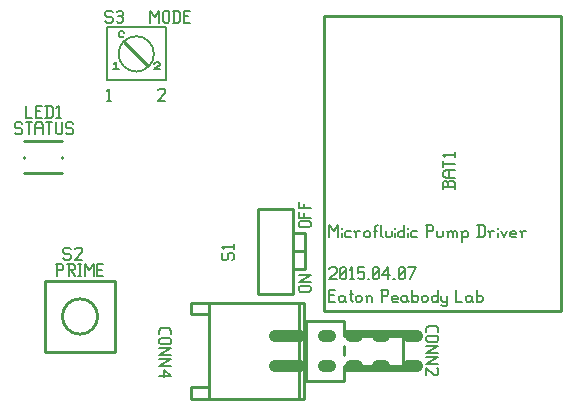
<source format=gto>
G04 start of page 8 for group -4079 idx -4079 *
G04 Title: (unknown), topsilk *
G04 Creator: pcb 20140316 *
G04 CreationDate: Wed 08 Apr 2015 09:09:57 AM GMT UTC *
G04 For: fosse *
G04 Format: Gerber/RS-274X *
G04 PCB-Dimensions (mil): 2290.00 1790.00 *
G04 PCB-Coordinate-Origin: lower left *
%MOIN*%
%FSLAX25Y25*%
%LNTOPSILK*%
%ADD90C,0.0110*%
%ADD89C,0.0150*%
%ADD88C,0.0400*%
%ADD87C,0.0100*%
%ADD86C,0.0060*%
G54D86*X127500Y70800D02*X130500D01*
X127500D02*X127000Y71300D01*
Y72300D02*Y71300D01*
Y72300D02*X127500Y72800D01*
X130500D01*
X131000Y72300D02*X130500Y72800D01*
X131000Y72300D02*Y71300D01*
X130500Y70800D02*X131000Y71300D01*
X127000Y74000D02*X131000D01*
X127000Y76000D02*Y74000D01*
X128800Y75500D02*Y74000D01*
X127000Y77200D02*X131000D01*
X127000Y79200D02*Y77200D01*
X128800Y78700D02*Y77200D01*
X127500Y49300D02*X130500D01*
X127500D02*X127000Y49800D01*
Y50800D02*Y49800D01*
Y50800D02*X127500Y51300D01*
X130500D01*
X131000Y50800D02*X130500Y51300D01*
X131000Y50800D02*Y49800D01*
X130500Y49300D02*X131000Y49800D01*
X127000Y52500D02*X131000D01*
X127000D02*X131000Y55000D01*
X127000D02*X131000D01*
X137091Y48170D02*X138591D01*
X137091Y45970D02*X139091D01*
X137091Y49970D02*Y45970D01*
Y49970D02*X139091D01*
X141791Y47970D02*X142291Y47470D01*
X140791Y47970D02*X141791D01*
X140291Y47470D02*X140791Y47970D01*
X140291Y47470D02*Y46470D01*
X140791Y45970D01*
X142291Y47970D02*Y46470D01*
X142791Y45970D01*
X140791D02*X141791D01*
X142291Y46470D01*
X144491Y49970D02*Y46470D01*
X144991Y45970D01*
X143991Y48470D02*X144991D01*
X145991Y47470D02*Y46470D01*
Y47470D02*X146491Y47970D01*
X147491D01*
X147991Y47470D01*
Y46470D01*
X147491Y45970D02*X147991Y46470D01*
X146491Y45970D02*X147491D01*
X145991Y46470D02*X146491Y45970D01*
X149691Y47470D02*Y45970D01*
Y47470D02*X150191Y47970D01*
X150691D01*
X151191Y47470D01*
Y45970D01*
X149191Y47970D02*X149691Y47470D01*
X154691Y49970D02*Y45970D01*
X154191Y49970D02*X156191D01*
X156691Y49470D01*
Y48470D01*
X156191Y47970D02*X156691Y48470D01*
X154691Y47970D02*X156191D01*
X158391Y45970D02*X159891D01*
X157891Y46470D02*X158391Y45970D01*
X157891Y47470D02*Y46470D01*
Y47470D02*X158391Y47970D01*
X159391D01*
X159891Y47470D01*
X157891Y46970D02*X159891D01*
Y47470D02*Y46970D01*
X162591Y47970D02*X163091Y47470D01*
X161591Y47970D02*X162591D01*
X161091Y47470D02*X161591Y47970D01*
X161091Y47470D02*Y46470D01*
X161591Y45970D01*
X163091Y47970D02*Y46470D01*
X163591Y45970D01*
X161591D02*X162591D01*
X163091Y46470D01*
X164791Y49970D02*Y45970D01*
Y46470D02*X165291Y45970D01*
X166291D01*
X166791Y46470D01*
Y47470D02*Y46470D01*
X166291Y47970D02*X166791Y47470D01*
X165291Y47970D02*X166291D01*
X164791Y47470D02*X165291Y47970D01*
X167991Y47470D02*Y46470D01*
Y47470D02*X168491Y47970D01*
X169491D01*
X169991Y47470D01*
Y46470D01*
X169491Y45970D02*X169991Y46470D01*
X168491Y45970D02*X169491D01*
X167991Y46470D02*X168491Y45970D01*
X173191Y49970D02*Y45970D01*
X172691D02*X173191Y46470D01*
X171691Y45970D02*X172691D01*
X171191Y46470D02*X171691Y45970D01*
X171191Y47470D02*Y46470D01*
Y47470D02*X171691Y47970D01*
X172691D01*
X173191Y47470D01*
X174391Y47970D02*Y46470D01*
X174891Y45970D01*
X176391Y47970D02*Y44970D01*
X175891Y44470D02*X176391Y44970D01*
X174891Y44470D02*X175891D01*
X174391Y44970D02*X174891Y44470D01*
Y45970D02*X175891D01*
X176391Y46470D01*
X179391Y49970D02*Y45970D01*
X181391D01*
X184091Y47970D02*X184591Y47470D01*
X183091Y47970D02*X184091D01*
X182591Y47470D02*X183091Y47970D01*
X182591Y47470D02*Y46470D01*
X183091Y45970D01*
X184591Y47970D02*Y46470D01*
X185091Y45970D01*
X183091D02*X184091D01*
X184591Y46470D01*
X186291Y49970D02*Y45970D01*
Y46470D02*X186791Y45970D01*
X187791D01*
X188291Y46470D01*
Y47470D02*Y46470D01*
X187791Y47970D02*X188291Y47470D01*
X186791Y47970D02*X187791D01*
X186291Y47470D02*X186791Y47970D01*
X137091Y56970D02*X137591Y57470D01*
X139091D01*
X139591Y56970D01*
Y55970D01*
X137091Y53470D02*X139591Y55970D01*
X137091Y53470D02*X139591D01*
X140791Y53970D02*X141291Y53470D01*
X140791Y56970D02*Y53970D01*
Y56970D02*X141291Y57470D01*
X142291D01*
X142791Y56970D01*
Y53970D01*
X142291Y53470D02*X142791Y53970D01*
X141291Y53470D02*X142291D01*
X140791Y54470D02*X142791Y56470D01*
X143991Y56670D02*X144791Y57470D01*
Y53470D01*
X143991D02*X145491D01*
X146691Y57470D02*X148691D01*
X146691D02*Y55470D01*
X147191Y55970D01*
X148191D01*
X148691Y55470D01*
Y53970D01*
X148191Y53470D02*X148691Y53970D01*
X147191Y53470D02*X148191D01*
X146691Y53970D02*X147191Y53470D01*
X149891D02*X150391D01*
X151591Y53970D02*X152091Y53470D01*
X151591Y56970D02*Y53970D01*
Y56970D02*X152091Y57470D01*
X153091D01*
X153591Y56970D01*
Y53970D01*
X153091Y53470D02*X153591Y53970D01*
X152091Y53470D02*X153091D01*
X151591Y54470D02*X153591Y56470D01*
X154791Y54970D02*X156791Y57470D01*
X154791Y54970D02*X157291D01*
X156791Y57470D02*Y53470D01*
X158491D02*X158991D01*
X160191Y53970D02*X160691Y53470D01*
X160191Y56970D02*Y53970D01*
Y56970D02*X160691Y57470D01*
X161691D01*
X162191Y56970D01*
Y53970D01*
X161691Y53470D02*X162191Y53970D01*
X160691Y53470D02*X161691D01*
X160191Y54470D02*X162191Y56470D01*
X163891Y53470D02*X165891Y57470D01*
X163391D02*X165891D01*
X80000Y116500D02*X80500Y117000D01*
X82000D01*
X82500Y116500D01*
Y115500D01*
X80000Y113000D02*X82500Y115500D01*
X80000Y113000D02*X82500D01*
X63000Y116200D02*X63800Y117000D01*
Y113000D01*
X63000D02*X64500D01*
X77500Y143000D02*Y139000D01*
Y143000D02*X79000Y141000D01*
X80500Y143000D01*
Y139000D01*
X81700Y142500D02*Y139500D01*
Y142500D02*X82200Y143000D01*
X83200D01*
X83700Y142500D01*
Y139500D01*
X83200Y139000D02*X83700Y139500D01*
X82200Y139000D02*X83200D01*
X81700Y139500D02*X82200Y139000D01*
X85400Y143000D02*Y139000D01*
X86700Y143000D02*X87400Y142300D01*
Y139700D01*
X86700Y139000D02*X87400Y139700D01*
X84900Y139000D02*X86700D01*
X84900Y143000D02*X86700D01*
X88600Y141200D02*X90100D01*
X88600Y139000D02*X90600D01*
X88600Y143000D02*Y139000D01*
Y143000D02*X90600D01*
X46500Y58500D02*Y54500D01*
X46000Y58500D02*X48000D01*
X48500Y58000D01*
Y57000D01*
X48000Y56500D02*X48500Y57000D01*
X46500Y56500D02*X48000D01*
X49700Y58500D02*X51700D01*
X52200Y58000D01*
Y57000D01*
X51700Y56500D02*X52200Y57000D01*
X50200Y56500D02*X51700D01*
X50200Y58500D02*Y54500D01*
X51000Y56500D02*X52200Y54500D01*
X53400Y58500D02*X54400D01*
X53900D02*Y54500D01*
X53400D02*X54400D01*
X55600Y58500D02*Y54500D01*
Y58500D02*X57100Y56500D01*
X58600Y58500D01*
Y54500D01*
X59800Y56700D02*X61300D01*
X59800Y54500D02*X61800D01*
X59800Y58500D02*Y54500D01*
Y58500D02*X61800D01*
X137091Y71470D02*Y67470D01*
Y71470D02*X138591Y69470D01*
X140091Y71470D01*
Y67470D01*
X141291Y70470D02*Y70370D01*
Y68970D02*Y67470D01*
X142791Y69470D02*X144291D01*
X142291Y68970D02*X142791Y69470D01*
X142291Y68970D02*Y67970D01*
X142791Y67470D01*
X144291D01*
X145991Y68970D02*Y67470D01*
Y68970D02*X146491Y69470D01*
X147491D01*
X145491D02*X145991Y68970D01*
X148691D02*Y67970D01*
Y68970D02*X149191Y69470D01*
X150191D01*
X150691Y68970D01*
Y67970D01*
X150191Y67470D02*X150691Y67970D01*
X149191Y67470D02*X150191D01*
X148691Y67970D02*X149191Y67470D01*
X152391Y70970D02*Y67470D01*
Y70970D02*X152891Y71470D01*
X153391D01*
X151891Y69470D02*X152891D01*
X154391Y71470D02*Y67970D01*
X154891Y67470D01*
X155891Y69470D02*Y67970D01*
X156391Y67470D01*
X157391D01*
X157891Y67970D01*
Y69470D02*Y67970D01*
X159091Y70470D02*Y70370D01*
Y68970D02*Y67470D01*
X162091Y71470D02*Y67470D01*
X161591D02*X162091Y67970D01*
X160591Y67470D02*X161591D01*
X160091Y67970D02*X160591Y67470D01*
X160091Y68970D02*Y67970D01*
Y68970D02*X160591Y69470D01*
X161591D01*
X162091Y68970D01*
X163291Y70470D02*Y70370D01*
Y68970D02*Y67470D01*
X164791Y69470D02*X166291D01*
X164291Y68970D02*X164791Y69470D01*
X164291Y68970D02*Y67970D01*
X164791Y67470D01*
X166291D01*
X169791Y71470D02*Y67470D01*
X169291Y71470D02*X171291D01*
X171791Y70970D01*
Y69970D01*
X171291Y69470D02*X171791Y69970D01*
X169791Y69470D02*X171291D01*
X172991D02*Y67970D01*
X173491Y67470D01*
X174491D01*
X174991Y67970D01*
Y69470D02*Y67970D01*
X176691Y68970D02*Y67470D01*
Y68970D02*X177191Y69470D01*
X177691D01*
X178191Y68970D01*
Y67470D01*
Y68970D02*X178691Y69470D01*
X179191D01*
X179691Y68970D01*
Y67470D01*
X176191Y69470D02*X176691Y68970D01*
X181391D02*Y65970D01*
X180891Y69470D02*X181391Y68970D01*
X181891Y69470D01*
X182891D01*
X183391Y68970D01*
Y67970D01*
X182891Y67470D02*X183391Y67970D01*
X181891Y67470D02*X182891D01*
X181391Y67970D02*X181891Y67470D01*
X186891Y71470D02*Y67470D01*
X188191Y71470D02*X188891Y70770D01*
Y68170D01*
X188191Y67470D02*X188891Y68170D01*
X186391Y67470D02*X188191D01*
X186391Y71470D02*X188191D01*
X190591Y68970D02*Y67470D01*
Y68970D02*X191091Y69470D01*
X192091D01*
X190091D02*X190591Y68970D01*
X193291Y70470D02*Y70370D01*
Y68970D02*Y67470D01*
X194291Y69470D02*X195291Y67470D01*
X196291Y69470D02*X195291Y67470D01*
X197991D02*X199491D01*
X197491Y67970D02*X197991Y67470D01*
X197491Y68970D02*Y67970D01*
Y68970D02*X197991Y69470D01*
X198991D01*
X199491Y68970D01*
X197491Y68470D02*X199491D01*
Y68970D02*Y68470D01*
X201191Y68970D02*Y67470D01*
Y68970D02*X201691Y69470D01*
X202691D01*
X200691D02*X201191Y68970D01*
X34210Y105770D02*X34710Y105270D01*
X32710Y105770D02*X34210D01*
X32210Y105270D02*X32710Y105770D01*
X32210Y105270D02*Y104270D01*
X32710Y103770D01*
X34210D01*
X34710Y103270D01*
Y102270D01*
X34210Y101770D02*X34710Y102270D01*
X32710Y101770D02*X34210D01*
X32210Y102270D02*X32710Y101770D01*
X35910Y105770D02*X37910D01*
X36910D02*Y101770D01*
X39110Y104770D02*Y101770D01*
Y104770D02*X39810Y105770D01*
X40910D01*
X41610Y104770D01*
Y101770D01*
X39110Y103770D02*X41610D01*
X42810Y105770D02*X44810D01*
X43810D02*Y101770D01*
X46010Y105770D02*Y102270D01*
X46510Y101770D01*
X47510D01*
X48010Y102270D01*
Y105770D02*Y102270D01*
X51210Y105770D02*X51710Y105270D01*
X49710Y105770D02*X51210D01*
X49210Y105270D02*X49710Y105770D01*
X49210Y105270D02*Y104270D01*
X49710Y103770D01*
X51210D01*
X51710Y103270D01*
Y102270D01*
X51210Y101770D02*X51710Y102270D01*
X49710Y101770D02*X51210D01*
X49210Y102270D02*X49710Y101770D01*
G54D87*X113350Y77050D02*Y48750D01*
X125150D01*
Y77050D02*Y48750D01*
X113350Y77050D02*X125150D01*
Y57000D02*X129050D01*
Y68800D02*Y57000D01*
X125150Y68800D02*X129050D01*
X125150Y62900D02*X129050D01*
X128829Y45724D02*Y13676D01*
X126861Y45724D02*Y13676D01*
X96939Y45723D02*Y13676D01*
X91034Y45724D02*X128829D01*
X91034D02*Y41787D01*
X96939D01*
X91034Y13676D02*X128829D01*
X91034Y17613D02*Y13676D01*
Y17613D02*X96939D01*
X135470Y141351D02*Y42926D01*
Y141351D02*X214211D01*
Y42926D01*
X135470D02*X214211D01*
X142000Y34700D02*X161700D01*
X129500Y39700D02*X142000D01*
Y34700D01*
Y31200D02*Y28200D01*
G54D88*X153200Y34700D02*X155400D01*
X144200D02*X146400D01*
X135200D02*X137400D01*
X119000D02*X127500D01*
G54D87*X161700D02*Y24700D01*
G54D88*X163200Y34700D02*X166400D01*
G54D89*X142300Y35950D02*X163400D01*
X142300Y23450D02*X163700D01*
G54D88*X163200Y24700D02*X166400D01*
X119000D02*X127500D01*
X135200D02*X137400D01*
X144200D02*X146400D01*
X153200D02*X155400D01*
G54D87*X142000D02*Y19700D01*
X129500D02*X142000D01*
Y24700D02*X161700D01*
X129500Y39700D02*Y19700D01*
X42195Y52901D02*X65817D01*
Y29279D01*
X42195D02*X65817D01*
X42195Y52901D02*Y29279D01*
X59912Y41090D02*G75*G03X54006Y46996I-5906J0D01*G01*
Y35184D02*G75*G03X59912Y41090I0J5906D01*G01*
X48100D02*G75*G03X54006Y35184I5906J0D01*G01*
Y46996D02*G75*G03X48100Y41090I0J-5906D01*G01*
X35451Y88885D02*X48049D01*
X35451Y99515D02*X48049D01*
Y94397D02*Y94003D01*
X35451Y94397D02*Y94003D01*
G54D86*X62907Y137487D02*X82592D01*
Y119771D01*
X62907D01*
Y137487D01*
G54D90*X76687Y124692D02*X68813Y132566D01*
G54D86*X80033Y125874D02*Y125873D01*
X80623Y125283D02*Y124889D01*
X80033Y125873D02*X80623Y125283D01*
X65860Y123708D02*Y125874D01*
X66844Y123708D02*X64876D01*
X65860Y125874D02*X65269Y125283D01*
X80623Y123707D02*X78655D01*
X80623Y124889D02*X78655Y123707D01*
Y125283D02*Y125284D01*
X79245Y125874D01*
X80032D01*
X67434Y134141D02*X68222D01*
Y136306D02*X67434D01*
X66844Y135716D01*
Y134731D01*
X67434Y134141D01*
X68812Y135716D02*X68222Y136306D01*
Y134141D02*X68812Y134731D01*
X78655Y128629D02*G75*G03X72749Y134535I-5906J0D01*G01*
G75*G03X66844Y128630I0J-5905D01*G01*
G75*G03X72750Y122724I5906J0D01*G01*
G75*G03X78655Y128629I0J5905D01*G01*
X101250Y61900D02*X101750Y62400D01*
X101250Y61900D02*Y60400D01*
X101750Y59900D02*X101250Y60400D01*
X101750Y59900D02*X102750D01*
X103250Y60400D01*
Y61900D02*Y60400D01*
Y61900D02*X103750Y62400D01*
X104750D01*
X105250Y61900D02*X104750Y62400D01*
X105250Y61900D02*Y60400D01*
X104750Y59900D02*X105250Y60400D01*
X102050Y63600D02*X101250Y64400D01*
X105250D01*
Y65100D02*Y63600D01*
X178841Y85670D02*Y83670D01*
Y85670D02*X178341Y86170D01*
X177141D02*X178341D01*
X176641Y85670D02*X177141Y86170D01*
X176641Y85670D02*Y84170D01*
X174841D02*X178841D01*
X174841Y85670D02*Y83670D01*
Y85670D02*X175341Y86170D01*
X176141D01*
X176641Y85670D02*X176141Y86170D01*
X175841Y87370D02*X178841D01*
X175841D02*X174841Y88070D01*
Y89170D02*Y88070D01*
Y89170D02*X175841Y89870D01*
X178841D01*
X176841D02*Y87370D01*
X174841Y93070D02*Y91070D01*
Y92070D02*X178841D01*
X175641Y94270D02*X174841Y95070D01*
X178841D01*
Y95770D02*Y94270D01*
X169500Y37100D02*Y35800D01*
X170200Y37800D02*X169500Y37100D01*
X170200Y37800D02*X172800D01*
X173500Y37100D01*
Y35800D01*
X170000Y34600D02*X173000D01*
X173500Y34100D01*
Y33100D01*
X173000Y32600D01*
X170000D02*X173000D01*
X169500Y33100D02*X170000Y32600D01*
X169500Y34100D02*Y33100D01*
X170000Y34600D02*X169500Y34100D01*
Y31400D02*X173500D01*
X169500Y28900D01*
X173500D01*
X169500Y27700D02*X173500D01*
X169500Y25200D01*
X173500D01*
X173000Y24000D02*X173500Y23500D01*
Y22000D01*
X173000Y21500D01*
X172000D02*X173000D01*
X169500Y24000D02*X172000Y21500D01*
X169500Y24000D02*Y21500D01*
X50500Y64000D02*X51000Y63500D01*
X49000Y64000D02*X50500D01*
X48500Y63500D02*X49000Y64000D01*
X48500Y63500D02*Y62500D01*
X49000Y62000D01*
X50500D01*
X51000Y61500D01*
Y60500D01*
X50500Y60000D02*X51000Y60500D01*
X49000Y60000D02*X50500D01*
X48500Y60500D02*X49000Y60000D01*
X52200Y63500D02*X52700Y64000D01*
X54200D01*
X54700Y63500D01*
Y62500D01*
X52200Y60000D02*X54700Y62500D01*
X52200Y60000D02*X54700D01*
X35991Y111302D02*Y107302D01*
X37991D01*
X39191Y109502D02*X40691D01*
X39191Y107302D02*X41191D01*
X39191Y111302D02*Y107302D01*
Y111302D02*X41191D01*
X42891D02*Y107302D01*
X44191Y111302D02*X44891Y110602D01*
Y108002D01*
X44191Y107302D02*X44891Y108002D01*
X42391Y107302D02*X44191D01*
X42391Y111302D02*X44191D01*
X46091Y110502D02*X46891Y111302D01*
Y107302D01*
X46091D02*X47591D01*
X64500Y143000D02*X65000Y142500D01*
X63000Y143000D02*X64500D01*
X62500Y142500D02*X63000Y143000D01*
X62500Y142500D02*Y141500D01*
X63000Y141000D01*
X64500D01*
X65000Y140500D01*
Y139500D01*
X64500Y139000D02*X65000Y139500D01*
X63000Y139000D02*X64500D01*
X62500Y139500D02*X63000Y139000D01*
X66200Y142500D02*X66700Y143000D01*
X67700D01*
X68200Y142500D01*
X67700Y139000D02*X68200Y139500D01*
X66700Y139000D02*X67700D01*
X66200Y139500D02*X66700Y139000D01*
Y141200D02*X67700D01*
X68200Y142500D02*Y141700D01*
Y140700D02*Y139500D01*
Y140700D02*X67700Y141200D01*
X68200Y141700D02*X67700Y141200D01*
X80443Y36402D02*Y35102D01*
X81143Y37102D02*X80443Y36402D01*
X81143Y37102D02*X83743D01*
X84443Y36402D01*
Y35102D01*
X80943Y33902D02*X83943D01*
X84443Y33402D01*
Y32402D01*
X83943Y31902D01*
X80943D02*X83943D01*
X80443Y32402D02*X80943Y31902D01*
X80443Y33402D02*Y32402D01*
X80943Y33902D02*X80443Y33402D01*
Y30702D02*X84443D01*
X80443Y28202D01*
X84443D01*
X80443Y27002D02*X84443D01*
X80443Y24502D01*
X84443D01*
X81943Y23302D02*X84443Y21302D01*
X81943Y23302D02*Y20802D01*
X80443Y21302D02*X84443D01*
M02*

</source>
